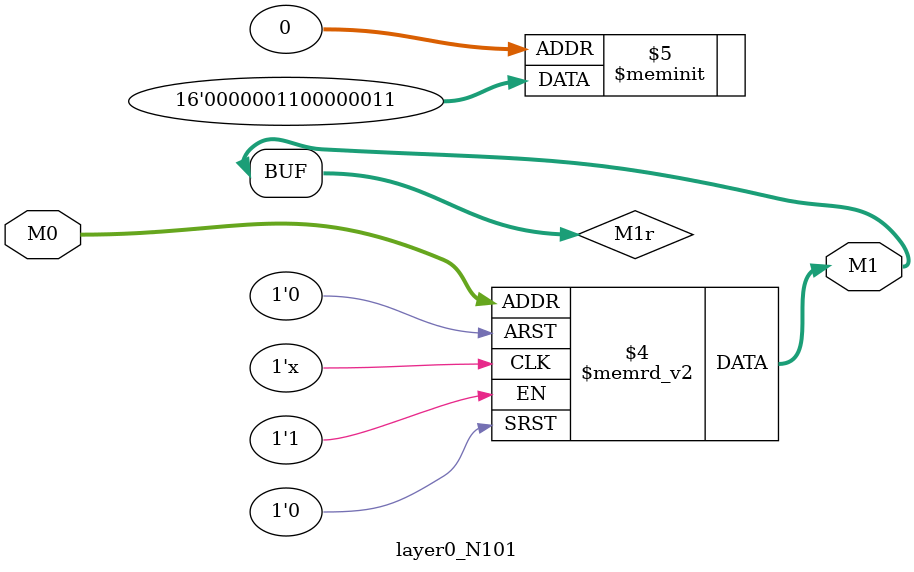
<source format=v>
module layer0_N101 ( input [2:0] M0, output [1:0] M1 );

	(*rom_style = "distributed" *) reg [1:0] M1r;
	assign M1 = M1r;
	always @ (M0) begin
		case (M0)
			3'b000: M1r = 2'b11;
			3'b100: M1r = 2'b11;
			3'b010: M1r = 2'b00;
			3'b110: M1r = 2'b00;
			3'b001: M1r = 2'b00;
			3'b101: M1r = 2'b00;
			3'b011: M1r = 2'b00;
			3'b111: M1r = 2'b00;

		endcase
	end
endmodule

</source>
